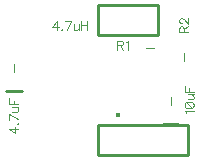
<source format=gbr>
G04 DipTrace 3.0.0.2*
G04 TopSilk.gbr*
%MOIN*%
G04 #@! TF.FileFunction,Legend,Top*
G04 #@! TF.Part,Single*
%ADD10C,0.009843*%
%ADD15C,0.003937*%
%ADD17O,0.016146X0.017709*%
%ADD39C,0.004632*%
%FSLAX26Y26*%
G04*
G70*
G90*
G75*
G01*
G04 TopSilk*
%LPD*%
D17*
X785800Y525049D3*
X720394Y393228D2*
D10*
Y493228D1*
X1020394D1*
Y393228D2*
Y493228D1*
X720394Y393228D2*
X1020394D1*
X720394Y893228D2*
Y793228D1*
X920394Y893228D2*
X720394D1*
X920394D2*
Y793228D1*
X720394D1*
X464862Y605018D2*
X413720D1*
X987303Y495176D2*
X936161D1*
X1007008Y732992D2*
D15*
Y706220D1*
X962913Y585354D2*
Y558583D1*
X438110Y695197D2*
Y668425D1*
X879843Y750315D2*
X906614D1*
X453977Y479065D2*
D39*
X423866D1*
X443929Y464706D1*
Y486228D1*
X451092Y496917D2*
X452551Y495491D1*
X453977Y496917D1*
X452551Y498376D1*
X451092Y496917D1*
X453977Y513377D2*
X423866Y527736D1*
Y507640D1*
X433881Y536999D2*
X448240D1*
X452518Y538425D1*
X453977Y541310D1*
Y545621D1*
X452518Y548473D1*
X448240Y552784D1*
X433881D2*
X453977D1*
X423833Y580718D2*
Y562048D1*
X453977D1*
X438192D2*
Y573522D1*
X581317Y809053D2*
Y839164D1*
X566958Y819101D1*
X588480D1*
X599169Y811939D2*
X597743Y810479D1*
X599169Y809053D1*
X600628Y810479D1*
X599169Y811939D1*
X615629Y809053D2*
X629988Y839164D1*
X609892D1*
X639251Y829149D2*
Y814790D1*
X640677Y810513D1*
X643562Y809053D1*
X647873D1*
X650725Y810513D1*
X655036Y814790D1*
Y829149D2*
Y809053D1*
X664300Y839197D2*
Y809053D1*
X684396Y839197D2*
Y809053D1*
X664300Y824838D2*
X684396D1*
X1014003Y532274D2*
X1012544Y535159D1*
X1008266Y539470D1*
X1038377D1*
X1008266Y557356D2*
X1009692Y553045D1*
X1014003Y550160D1*
X1021166Y548734D1*
X1025477D1*
X1032640Y550160D1*
X1036951Y553045D1*
X1038377Y557356D1*
Y560208D1*
X1036951Y564519D1*
X1032640Y567370D1*
X1025477Y568830D1*
X1021166D1*
X1014003Y567370D1*
X1009692Y564519D1*
X1008266Y560208D1*
Y557356D1*
X1014003Y567370D2*
X1032640Y550160D1*
X1018281Y578093D2*
X1032640D1*
X1036918Y579519D1*
X1038377Y582404D1*
Y586715D1*
X1036918Y589567D1*
X1032640Y593878D1*
X1018281D2*
X1038377D1*
X1008233Y621812D2*
Y603142D1*
X1038377D1*
X1022592D2*
Y614616D1*
X1005440Y800606D2*
Y813506D1*
X1003981Y817817D1*
X1002555Y819276D1*
X999703Y820702D1*
X996818D1*
X993966Y819276D1*
X992507Y817817D1*
X991081Y813506D1*
Y800606D1*
X1021225D1*
X1005440Y810654D2*
X1021225Y820702D1*
X998277Y831425D2*
X996851D1*
X993966Y832851D1*
X992540Y834277D1*
X991114Y837162D1*
Y842899D1*
X992540Y845751D1*
X993966Y847176D1*
X996851Y848636D1*
X999703D1*
X1002588Y847176D1*
X1006866Y844325D1*
X1021225Y829965D1*
Y850061D1*
X782989Y758806D2*
X795889D1*
X800200Y760265D1*
X801659Y761691D1*
X803085Y764543D1*
Y767428D1*
X801659Y770280D1*
X800200Y771739D1*
X795889Y773165D1*
X782989D1*
Y743021D1*
X793037Y758806D2*
X803085Y743021D1*
X812349Y767395D2*
X815234Y768854D1*
X819545Y773132D1*
Y743021D1*
M02*

</source>
